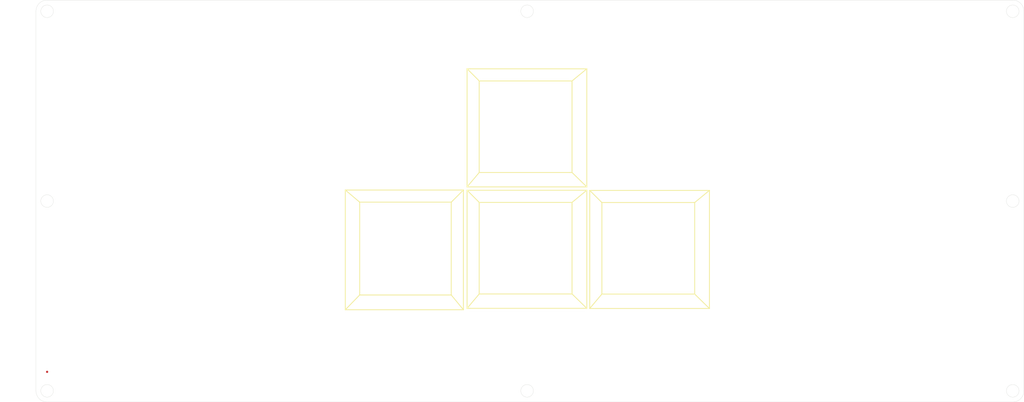
<source format=kicad_pcb>
(kicad_pcb (version 20171130) (host pcbnew "(5.1.10)-1")

  (general
    (thickness 1.6)
    (drawings 72)
    (tracks 0)
    (zones 0)
    (modules 1)
    (nets 1)
  )

  (page A4)
  (layers
    (0 F.Cu signal)
    (31 B.Cu signal)
    (32 B.Adhes user)
    (33 F.Adhes user)
    (34 B.Paste user)
    (35 F.Paste user)
    (36 B.SilkS user)
    (37 F.SilkS user)
    (38 B.Mask user)
    (39 F.Mask user hide)
    (40 Dwgs.User user)
    (41 Cmts.User user)
    (42 Eco1.User user)
    (43 Eco2.User user)
    (44 Edge.Cuts user)
    (45 Margin user)
    (46 B.CrtYd user)
    (47 F.CrtYd user)
    (48 B.Fab user)
    (49 F.Fab user)
  )

  (setup
    (last_trace_width 0.25)
    (trace_clearance 0.2)
    (zone_clearance 0.508)
    (zone_45_only no)
    (trace_min 0.2)
    (via_size 0.8)
    (via_drill 0.4)
    (via_min_size 0.4)
    (via_min_drill 0.3)
    (uvia_size 0.3)
    (uvia_drill 0.1)
    (uvias_allowed no)
    (uvia_min_size 0.2)
    (uvia_min_drill 0.1)
    (edge_width 0.05)
    (segment_width 0.2)
    (pcb_text_width 0.3)
    (pcb_text_size 1.5 1.5)
    (mod_edge_width 0.12)
    (mod_text_size 1 1)
    (mod_text_width 0.15)
    (pad_size 1.524 1.524)
    (pad_drill 0.762)
    (pad_to_mask_clearance 0)
    (aux_axis_origin 0 0)
    (visible_elements 7FFFFFFF)
    (pcbplotparams
      (layerselection 0x010ff_ffffffff)
      (usegerberextensions false)
      (usegerberattributes true)
      (usegerberadvancedattributes true)
      (creategerberjobfile true)
      (excludeedgelayer true)
      (linewidth 0.100000)
      (plotframeref false)
      (viasonmask false)
      (mode 1)
      (useauxorigin false)
      (hpglpennumber 1)
      (hpglpenspeed 20)
      (hpglpendiameter 15.000000)
      (psnegative false)
      (psa4output false)
      (plotreference true)
      (plotvalue true)
      (plotinvisibletext false)
      (padsonsilk false)
      (subtractmaskfromsilk false)
      (outputformat 1)
      (mirror false)
      (drillshape 0)
      (scaleselection 1)
      (outputdirectory "basegerb/"))
  )

  (net 0 "")

  (net_class Default "This is the default net class."
    (clearance 0.2)
    (trace_width 0.25)
    (via_dia 0.8)
    (via_drill 0.4)
    (uvia_dia 0.3)
    (uvia_drill 0.1)
  )

  (module Fiducial:Fiducial_0.5mm_Mask1.5mm (layer F.Cu) (tedit 5C18D139) (tstamp 60E4C353)
    (at 50.8 149.352)
    (descr "Circular Fiducial, 0.5mm bare copper, 1.5mm soldermask opening")
    (tags fiducial)
    (attr smd)
    (fp_text reference REF** (at 0 -1.7145) (layer Eco1.User)
      (effects (font (size 1 1) (thickness 0.15)))
    )
    (fp_text value Fiducial_0.5mm_Mask1.5mm (at 0 1.7145) (layer F.Fab)
      (effects (font (size 1 1) (thickness 0.15)))
    )
    (fp_circle (center 0 0) (end 1 0) (layer F.CrtYd) (width 0.05))
    (fp_circle (center 0 0) (end 0.75 0) (layer F.Fab) (width 0.1))
    (fp_text user %R (at 0 0) (layer F.Fab)
      (effects (font (size 0.2 0.2) (thickness 0.04)))
    )
    (pad "" smd circle (at 0 0) (size 0.5 0.5) (layers F.Cu F.Mask)
      (solder_mask_margin 0.5) (clearance 0.5))
  )

  (gr_line (start 170.23979 103.9957) (end 173.59169 107.265) (layer F.SilkS) (width 0.2))
  (gr_line (start 170.23979 83.1602) (end 173.59169 80.4001) (layer F.SilkS) (width 0.2))
  (gr_line (start 149.11889 83.1602) (end 149.11889 83.1602) (layer F.SilkS) (width 0.2))
  (gr_line (start 170.23989 83.1602) (end 170.23989 103.9957) (layer F.SilkS) (width 0.2))
  (gr_line (start 149.11889 83.1602) (end 170.23989 83.1602) (layer F.SilkS) (width 0.2))
  (gr_line (start 173.59169 80.4001) (end 173.59169 107.265) (layer F.SilkS) (width 0.2))
  (gr_line (start 149.11889 131.63103) (end 146.35889 134.900346) (layer F.SilkS) (width 0.2))
  (gr_line (start 173.59169 134.900346) (end 146.35889 134.900346) (layer F.SilkS) (width 0.2))
  (gr_line (start 170.23979 110.7957) (end 173.59169 108.0355) (layer F.SilkS) (width 0.2))
  (gr_line (start 170.23989 110.7955) (end 170.23989 131.63103) (layer F.SilkS) (width 0.2))
  (gr_line (start 146.35889 80.4001) (end 149.11889 83.1602) (layer F.SilkS) (width 0.2))
  (gr_line (start 149.11889 110.7955) (end 170.23989 110.7955) (layer F.SilkS) (width 0.2))
  (gr_line (start 146.35889 108.0355) (end 173.59169 108.0355) (layer F.SilkS) (width 0.2))
  (gr_line (start 173.59169 108.0355) (end 173.59169 134.900346) (layer F.SilkS) (width 0.2))
  (gr_line (start 177.02359 110.8266) (end 177.02359 110.8266) (layer F.SilkS) (width 0.2))
  (gr_line (start 198.14449 110.8266) (end 198.14449 131.66207) (layer F.SilkS) (width 0.2))
  (gr_line (start 149.11889 110.7955) (end 149.11889 110.7955) (layer F.SilkS) (width 0.2))
  (gr_line (start 177.02359 131.66207) (end 177.02359 110.8266) (layer F.SilkS) (width 0.2))
  (gr_line (start 177.02359 110.8266) (end 198.14449 110.8266) (layer F.SilkS) (width 0.2))
  (gr_line (start 146.35889 80.4001) (end 146.35889 80.4001) (layer F.SilkS) (width 0.2))
  (gr_line (start 198.14449 131.66207) (end 177.02359 131.66207) (layer F.SilkS) (width 0.2))
  (gr_line (start 174.26349 108.0666) (end 174.26349 108.0666) (layer F.SilkS) (width 0.2))
  (gr_line (start 174.26349 134.931378) (end 174.26349 108.0666) (layer F.SilkS) (width 0.2))
  (gr_line (start 201.49629 134.931378) (end 174.26349 134.931378) (layer F.SilkS) (width 0.2))
  (gr_line (start 201.49629 108.0666) (end 201.49629 134.931378) (layer F.SilkS) (width 0.2))
  (gr_line (start 174.26349 108.0666) (end 201.49629 108.0666) (layer F.SilkS) (width 0.2))
  (gr_line (start 170.23979 131.63103) (end 173.59169 134.900346) (layer F.SilkS) (width 0.2))
  (gr_line (start 146.35889 108.0355) (end 149.11889 110.7957) (layer F.SilkS) (width 0.2))
  (gr_line (start 149.11889 131.63103) (end 149.11889 110.7955) (layer F.SilkS) (width 0.2))
  (gr_line (start 149.11889 103.9957) (end 149.11889 83.1602) (layer F.SilkS) (width 0.2))
  (gr_line (start 173.59169 107.265) (end 146.35889 107.265) (layer F.SilkS) (width 0.2))
  (gr_line (start 170.23989 131.63103) (end 149.11889 131.63103) (layer F.SilkS) (width 0.2))
  (gr_line (start 170.23989 103.9957) (end 149.11889 103.9957) (layer F.SilkS) (width 0.2))
  (gr_line (start 146.35889 80.4001) (end 173.59169 80.4001) (layer F.SilkS) (width 0.2))
  (gr_line (start 146.35889 108.0355) (end 146.35889 108.0355) (layer F.SilkS) (width 0.2))
  (gr_line (start 146.35889 107.265) (end 146.35889 80.4001) (layer F.SilkS) (width 0.2))
  (gr_line (start 146.35889 134.900346) (end 146.35889 108.0355) (layer F.SilkS) (width 0.2))
  (gr_line (start 149.11889 103.9957) (end 146.35889 107.265) (layer F.SilkS) (width 0.2))
  (gr_line (start 121.92 131.8649) (end 121.92 110.744) (layer F.SilkS) (width 0.2))
  (gr_line (start 198.14449 110.8266) (end 201.49629 108.0666) (layer F.SilkS) (width 0.2))
  (gr_line (start 145.51559 107.9838) (end 145.51559 107.9838) (layer F.SilkS) (width 0.2))
  (gr_line (start 142.75549 131.8649) (end 121.92 131.8649) (layer F.SilkS) (width 0.2))
  (gr_line (start 121.92 110.744) (end 118.650741 107.9838) (layer F.SilkS) (width 0.2))
  (gr_line (start 174.26349 108.0666) (end 177.02359 110.8266) (layer F.SilkS) (width 0.2))
  (gr_line (start 118.650741 135.216737) (end 118.650741 107.9838) (layer F.SilkS) (width 0.2))
  (gr_line (start 198.14449 131.66207) (end 201.49629 134.931378) (layer F.SilkS) (width 0.2))
  (gr_line (start 121.92 131.86485) (end 118.650741 135.216737) (layer F.SilkS) (width 0.2))
  (gr_line (start 145.51559 135.216737) (end 118.650741 135.216737) (layer F.SilkS) (width 0.2))
  (gr_line (start 142.75549 131.86485) (end 145.51559 135.216737) (layer F.SilkS) (width 0.2))
  (gr_line (start 145.51559 107.9838) (end 142.75549 110.744) (layer F.SilkS) (width 0.2))
  (gr_line (start 142.75549 110.744) (end 142.75549 110.744) (layer F.SilkS) (width 0.2))
  (gr_line (start 177.02359 131.66207) (end 174.26349 134.931378) (layer F.SilkS) (width 0.2))
  (gr_line (start 142.75549 110.744) (end 142.75549 131.8649) (layer F.SilkS) (width 0.2))
  (gr_line (start 118.650741 107.9838) (end 145.51559 107.9838) (layer F.SilkS) (width 0.2))
  (gr_line (start 145.51559 107.9838) (end 145.51559 135.216737) (layer F.SilkS) (width 0.2))
  (gr_line (start 121.92 110.744) (end 142.75549 110.744) (layer F.SilkS) (width 0.2))
  (gr_circle (center 270.51 67.31) (end 271.526 68.326) (layer Edge.Cuts) (width 0.05) (tstamp 6151D6CC))
  (gr_arc (start 270.51 153.67) (end 270.51 156.21) (angle -90) (layer Edge.Cuts) (width 0.05) (tstamp 6151D6D5))
  (gr_line (start 270.51 64.77) (end 50.8 64.77) (layer Edge.Cuts) (width 0.05) (tstamp 6151D6D4))
  (gr_arc (start 270.51 67.31) (end 273.05 67.31) (angle -90) (layer Edge.Cuts) (width 0.05) (tstamp 6151D6D3))
  (gr_arc (start 50.8 67.31) (end 50.8 64.77) (angle -90) (layer Edge.Cuts) (width 0.05) (tstamp 6151D6D2))
  (gr_line (start 273.05 153.67) (end 273.05 67.31) (layer Edge.Cuts) (width 0.05) (tstamp 6151D6D1))
  (gr_arc (start 50.8 153.67) (end 48.26 153.67) (angle -90) (layer Edge.Cuts) (width 0.05) (tstamp 6151D6D0))
  (gr_line (start 50.8 156.21) (end 270.51 156.21) (layer Edge.Cuts) (width 0.05) (tstamp 6151D6CF))
  (gr_line (start 48.26 67.31) (end 48.26 153.67) (layer Edge.Cuts) (width 0.05) (tstamp 6151D6CE))
  (gr_circle (center 50.8 67.31) (end 51.816 68.326) (layer Edge.Cuts) (width 0.05) (tstamp 60E4B86D))
  (gr_circle (center 50.8 110.49) (end 51.816 111.506) (layer Edge.Cuts) (width 0.05) (tstamp 60E4B86D))
  (gr_circle (center 50.8 153.67) (end 51.816 154.686) (layer Edge.Cuts) (width 0.05) (tstamp 60E4B86D))
  (gr_circle (center 160.02 153.67) (end 161.036 154.686) (layer Edge.Cuts) (width 0.05) (tstamp 60E4B86D))
  (gr_circle (center 270.51 153.67) (end 271.526 154.686) (layer Edge.Cuts) (width 0.05) (tstamp 60E4B86D))
  (gr_circle (center 270.51 110.49) (end 271.526 111.506) (layer Edge.Cuts) (width 0.05) (tstamp 60E4B86D))
  (gr_circle (center 160.02 67.31) (end 161.036 68.326) (layer Edge.Cuts) (width 0.05) (tstamp 60E4B86D))

)

</source>
